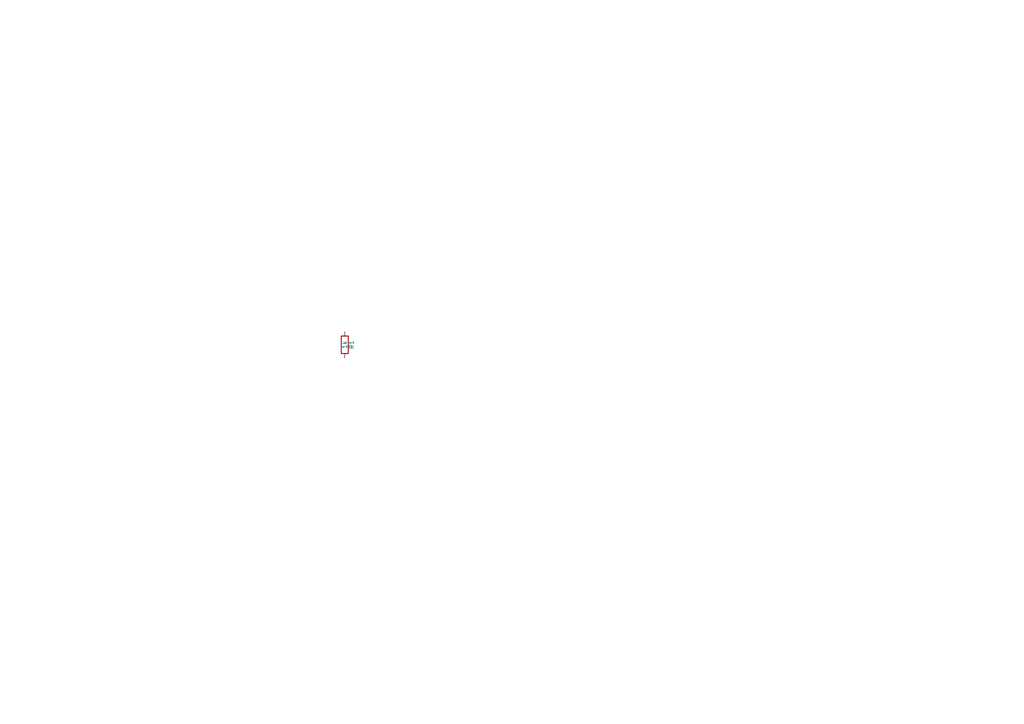
<source format=kicad_sch>
(kicad_sch (version 20211014) (generator "TextToPCB_AI")
  (paper "A4")
  (lib_symbols
    (symbol "Device:R" (pin_numbers hide) (pin_names (offset 0))
      (property "Reference" "R" (at 2.032 0 90))
      (property "Value" "R" (at 0 0 90))
      (symbol "R_0_1"
        (rectangle (start -1.016 -2.54) (end 1.016 2.54) (stroke (width 0.254)))
      )
      (symbol "R_1_1"
        (pin passive line (at 0 -3.81 90) (length 1.27) (name "~") (number "1"))
        (pin passive line (at 0 3.81 270) (length 1.27) (name "~") (number "2"))
      )
    )
  )
  (symbol (lib_id "Device:R") (at 100 100 0) (unit 1)
    (property "Reference" "R1" (at 102 100 90))
    (property "Value" "1k" (at 100 100 90))
  )
)
</source>
